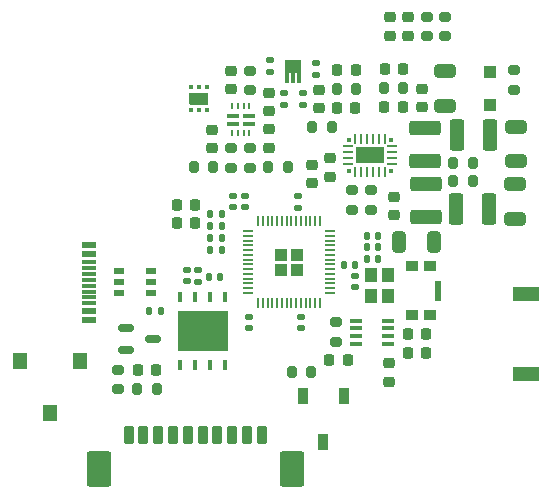
<source format=gbr>
%TF.GenerationSoftware,KiCad,Pcbnew,7.0.2*%
%TF.CreationDate,2023-10-17T14:13:15-04:00*%
%TF.ProjectId,BITSv5,42495453-7635-42e6-9b69-6361645f7063,rev?*%
%TF.SameCoordinates,Original*%
%TF.FileFunction,Paste,Top*%
%TF.FilePolarity,Positive*%
%FSLAX46Y46*%
G04 Gerber Fmt 4.6, Leading zero omitted, Abs format (unit mm)*
G04 Created by KiCad (PCBNEW 7.0.2) date 2023-10-17 14:13:15*
%MOMM*%
%LPD*%
G01*
G04 APERTURE LIST*
G04 Aperture macros list*
%AMRoundRect*
0 Rectangle with rounded corners*
0 $1 Rounding radius*
0 $2 $3 $4 $5 $6 $7 $8 $9 X,Y pos of 4 corners*
0 Add a 4 corners polygon primitive as box body*
4,1,4,$2,$3,$4,$5,$6,$7,$8,$9,$2,$3,0*
0 Add four circle primitives for the rounded corners*
1,1,$1+$1,$2,$3*
1,1,$1+$1,$4,$5*
1,1,$1+$1,$6,$7*
1,1,$1+$1,$8,$9*
0 Add four rect primitives between the rounded corners*
20,1,$1+$1,$2,$3,$4,$5,0*
20,1,$1+$1,$4,$5,$6,$7,0*
20,1,$1+$1,$6,$7,$8,$9,0*
20,1,$1+$1,$8,$9,$2,$3,0*%
G04 Aperture macros list end*
%ADD10R,0.972299X0.558000*%
%ADD11R,0.979300X0.431800*%
%ADD12RoundRect,0.135000X-0.185000X0.135000X-0.185000X-0.135000X0.185000X-0.135000X0.185000X0.135000X0*%
%ADD13RoundRect,0.225000X-0.250000X0.225000X-0.250000X-0.225000X0.250000X-0.225000X0.250000X0.225000X0*%
%ADD14RoundRect,0.135000X0.185000X-0.135000X0.185000X0.135000X-0.185000X0.135000X-0.185000X-0.135000X0*%
%ADD15RoundRect,0.140000X0.140000X0.170000X-0.140000X0.170000X-0.140000X-0.170000X0.140000X-0.170000X0*%
%ADD16R,1.193800X1.397000*%
%ADD17RoundRect,0.225000X-0.225000X-0.250000X0.225000X-0.250000X0.225000X0.250000X-0.225000X0.250000X0*%
%ADD18RoundRect,0.250000X1.075000X-0.375000X1.075000X0.375000X-1.075000X0.375000X-1.075000X-0.375000X0*%
%ADD19RoundRect,0.250000X0.292217X-0.292217X0.292217X0.292217X-0.292217X0.292217X-0.292217X-0.292217X0*%
%ADD20RoundRect,0.050000X0.050000X-0.387500X0.050000X0.387500X-0.050000X0.387500X-0.050000X-0.387500X0*%
%ADD21RoundRect,0.050000X0.387500X-0.050000X0.387500X0.050000X-0.387500X0.050000X-0.387500X-0.050000X0*%
%ADD22RoundRect,0.200000X0.275000X-0.200000X0.275000X0.200000X-0.275000X0.200000X-0.275000X-0.200000X0*%
%ADD23RoundRect,0.140000X0.170000X-0.140000X0.170000X0.140000X-0.170000X0.140000X-0.170000X-0.140000X0*%
%ADD24RoundRect,0.225000X0.250000X-0.225000X0.250000X0.225000X-0.250000X0.225000X-0.250000X-0.225000X0*%
%ADD25R,1.150000X0.600000*%
%ADD26R,1.150000X0.300000*%
%ADD27RoundRect,0.200000X0.200000X0.275000X-0.200000X0.275000X-0.200000X-0.275000X0.200000X-0.275000X0*%
%ADD28RoundRect,0.250000X-1.075000X0.375000X-1.075000X-0.375000X1.075000X-0.375000X1.075000X0.375000X0*%
%ADD29RoundRect,0.250000X0.650000X-0.325000X0.650000X0.325000X-0.650000X0.325000X-0.650000X-0.325000X0*%
%ADD30RoundRect,0.150000X-0.512500X-0.150000X0.512500X-0.150000X0.512500X0.150000X-0.512500X0.150000X0*%
%ADD31R,0.200000X0.599999*%
%ADD32R,1.050000X0.399999*%
%ADD33RoundRect,0.140000X-0.170000X0.140000X-0.170000X-0.140000X0.170000X-0.140000X0.170000X0.140000X0*%
%ADD34RoundRect,0.225000X0.225000X0.250000X-0.225000X0.250000X-0.225000X-0.250000X0.225000X-0.250000X0*%
%ADD35RoundRect,0.200000X-0.200000X-0.600000X0.200000X-0.600000X0.200000X0.600000X-0.200000X0.600000X0*%
%ADD36RoundRect,0.250001X-0.799999X-1.249999X0.799999X-1.249999X0.799999X1.249999X-0.799999X1.249999X0*%
%ADD37R,1.000000X0.900000*%
%ADD38R,0.550000X1.700000*%
%ADD39R,0.811200X1.406398*%
%ADD40RoundRect,0.250000X-0.650000X0.325000X-0.650000X-0.325000X0.650000X-0.325000X0.650000X0.325000X0*%
%ADD41RoundRect,0.140000X-0.140000X-0.170000X0.140000X-0.170000X0.140000X0.170000X-0.140000X0.170000X0*%
%ADD42R,1.000000X1.150000*%
%ADD43RoundRect,0.200000X-0.200000X-0.275000X0.200000X-0.275000X0.200000X0.275000X-0.200000X0.275000X0*%
%ADD44RoundRect,0.250000X0.375000X1.075000X-0.375000X1.075000X-0.375000X-1.075000X0.375000X-1.075000X0*%
%ADD45R,0.300000X0.804800*%
%ADD46RoundRect,0.250000X0.325000X0.650000X-0.325000X0.650000X-0.325000X-0.650000X0.325000X-0.650000X0*%
%ADD47RoundRect,0.135000X-0.135000X-0.185000X0.135000X-0.185000X0.135000X0.185000X-0.135000X0.185000X0*%
%ADD48R,0.229400X0.807999*%
%ADD49R,0.807999X0.229400*%
%ADD50R,2.387600X1.397000*%
%ADD51R,0.381000X0.381000*%
%ADD52RoundRect,0.218750X0.218750X0.256250X-0.218750X0.256250X-0.218750X-0.256250X0.218750X-0.256250X0*%
%ADD53R,2.235200X1.168400*%
%ADD54RoundRect,0.250000X-0.300000X0.300000X-0.300000X-0.300000X0.300000X-0.300000X0.300000X0.300000X0*%
%ADD55RoundRect,0.200000X-0.275000X0.200000X-0.275000X-0.200000X0.275000X-0.200000X0.275000X0.200000X0*%
%ADD56R,0.431800X0.965200*%
%ADD57R,4.343400X3.454400*%
%ADD58R,0.299999X0.449999*%
%ADD59R,1.599999X1.000000*%
G04 APERTURE END LIST*
%TO.C,U8*%
G36*
X131425000Y-50815000D02*
G01*
X130025000Y-50815000D01*
X130025000Y-49765000D01*
X131425000Y-49765000D01*
X131425000Y-50815000D01*
G37*
%TO.C,U2*%
G36*
X122261100Y-74328000D02*
G01*
X121013300Y-74328000D01*
X121013300Y-72800800D01*
X122261100Y-72800800D01*
X122261100Y-74328000D01*
G37*
G36*
X123708900Y-74328000D02*
G01*
X122461100Y-74328000D01*
X122461100Y-72800800D01*
X123708900Y-72800800D01*
X123708900Y-74328000D01*
G37*
G36*
X125156700Y-74328000D02*
G01*
X123908900Y-74328000D01*
X123908900Y-72800800D01*
X125156700Y-72800800D01*
X125156700Y-74328000D01*
G37*
G36*
X122261100Y-72600800D02*
G01*
X121013300Y-72600800D01*
X121013300Y-71073600D01*
X122261100Y-71073600D01*
X122261100Y-72600800D01*
G37*
G36*
X123708900Y-72600800D02*
G01*
X122461100Y-72600800D01*
X122461100Y-71073600D01*
X123708900Y-71073600D01*
X123708900Y-72600800D01*
G37*
G36*
X125156700Y-72600800D02*
G01*
X123908900Y-72600800D01*
X123908900Y-71073600D01*
X125156700Y-71073600D01*
X125156700Y-72600800D01*
G37*
%TO.C,U9*%
G36*
X122610562Y-52530941D02*
G01*
X122619754Y-52533730D01*
X122628225Y-52538259D01*
X122635649Y-52544352D01*
X122641743Y-52551776D01*
X122646271Y-52560247D01*
X122649060Y-52569440D01*
X122650003Y-52579000D01*
X122650003Y-53481000D01*
X122649060Y-53490560D01*
X122646271Y-53499753D01*
X122641743Y-53508224D01*
X122635649Y-53515648D01*
X122628225Y-53521741D01*
X122619754Y-53526270D01*
X122610562Y-53529059D01*
X122601001Y-53530002D01*
X121999001Y-53530002D01*
X121989440Y-53529059D01*
X121980248Y-53526270D01*
X121971777Y-53521741D01*
X121964353Y-53515648D01*
X121958259Y-53508224D01*
X121953730Y-53499753D01*
X121950941Y-53490560D01*
X121950002Y-53481000D01*
X121950002Y-52579000D01*
X121950941Y-52569440D01*
X121953730Y-52560247D01*
X121958259Y-52551776D01*
X121964353Y-52544352D01*
X121971777Y-52538259D01*
X121980248Y-52533730D01*
X121989440Y-52530941D01*
X121999001Y-52529998D01*
X122601001Y-52529998D01*
X122610562Y-52530941D01*
G37*
G36*
X123510560Y-52530941D02*
G01*
X123519752Y-52533730D01*
X123528223Y-52538259D01*
X123535647Y-52544352D01*
X123541741Y-52551776D01*
X123546270Y-52560247D01*
X123549059Y-52569440D01*
X123549998Y-52579000D01*
X123549998Y-53481000D01*
X123549059Y-53490560D01*
X123546270Y-53499753D01*
X123541741Y-53508224D01*
X123535647Y-53515648D01*
X123528223Y-53521741D01*
X123519752Y-53526270D01*
X123510560Y-53529059D01*
X123500999Y-53530002D01*
X122898999Y-53530002D01*
X122889438Y-53529059D01*
X122880246Y-53526270D01*
X122871775Y-53521741D01*
X122864351Y-53515648D01*
X122858257Y-53508224D01*
X122853729Y-53499753D01*
X122850940Y-53490560D01*
X122849997Y-53481000D01*
X122849997Y-52579000D01*
X122850940Y-52569440D01*
X122853729Y-52560247D01*
X122858257Y-52551776D01*
X122864351Y-52544352D01*
X122871775Y-52538259D01*
X122880246Y-52533730D01*
X122889438Y-52530941D01*
X122898999Y-52529998D01*
X123500999Y-52529998D01*
X123510560Y-52530941D01*
G37*
%TD*%
D10*
%TO.C,U10*%
X118707551Y-69498103D03*
X118707551Y-68548102D03*
X118707551Y-67598101D03*
X115982649Y-67598101D03*
X115982649Y-68548102D03*
X115982649Y-69498103D03*
%TD*%
D11*
%TO.C,U7*%
X138765948Y-73749999D03*
X138765948Y-73100001D03*
X138765948Y-72449999D03*
X138765948Y-71800001D03*
X136034052Y-71800001D03*
X136034052Y-72449999D03*
X136034052Y-73100001D03*
X136034052Y-73749999D03*
%TD*%
D12*
%TO.C,R20*%
X128775000Y-49735000D03*
X128775000Y-50755000D03*
%TD*%
D13*
%TO.C,C35*%
X128705000Y-57160000D03*
X128705000Y-55610000D03*
%TD*%
D14*
%TO.C,R18*%
X131595000Y-53555000D03*
X131595000Y-52535000D03*
%TD*%
D15*
%TO.C,C1*%
X124670000Y-63825600D03*
X123710000Y-63825600D03*
%TD*%
D13*
%TO.C,C25*%
X139253000Y-61331899D03*
X139253000Y-62881899D03*
%TD*%
D16*
%TO.C,SW3*%
X112700100Y-75255001D03*
X110160100Y-79655000D03*
X107620100Y-75255001D03*
%TD*%
D17*
%TO.C,C42*%
X140425000Y-74525000D03*
X141975000Y-74525000D03*
%TD*%
D18*
%TO.C,L1*%
X141943000Y-63036899D03*
X141943000Y-60236899D03*
%TD*%
D19*
%TO.C,U1*%
X129742500Y-67485600D03*
X131017500Y-67485600D03*
X129742500Y-66210600D03*
X131017500Y-66210600D03*
D20*
X127780000Y-70285600D03*
X128180000Y-70285600D03*
X128580000Y-70285600D03*
X128980000Y-70285600D03*
X129380000Y-70285600D03*
X129780000Y-70285600D03*
X130180000Y-70285600D03*
X130580000Y-70285600D03*
X130980000Y-70285600D03*
X131380000Y-70285600D03*
X131780000Y-70285600D03*
X132180000Y-70285600D03*
X132580000Y-70285600D03*
X132980000Y-70285600D03*
D21*
X133817500Y-69448100D03*
X133817500Y-69048100D03*
X133817500Y-68648100D03*
X133817500Y-68248100D03*
X133817500Y-67848100D03*
X133817500Y-67448100D03*
X133817500Y-67048100D03*
X133817500Y-66648100D03*
X133817500Y-66248100D03*
X133817500Y-65848100D03*
X133817500Y-65448100D03*
X133817500Y-65048100D03*
X133817500Y-64648100D03*
X133817500Y-64248100D03*
D20*
X132980000Y-63410600D03*
X132580000Y-63410600D03*
X132180000Y-63410600D03*
X131780000Y-63410600D03*
X131380000Y-63410600D03*
X130980000Y-63410600D03*
X130580000Y-63410600D03*
X130180000Y-63410600D03*
X129780000Y-63410600D03*
X129380000Y-63410600D03*
X128980000Y-63410600D03*
X128580000Y-63410600D03*
X128180000Y-63410600D03*
X127780000Y-63410600D03*
D21*
X126942500Y-64248100D03*
X126942500Y-64648100D03*
X126942500Y-65048100D03*
X126942500Y-65448100D03*
X126942500Y-65848100D03*
X126942500Y-66248100D03*
X126942500Y-66648100D03*
X126942500Y-67048100D03*
X126942500Y-67448100D03*
X126942500Y-67848100D03*
X126942500Y-68248100D03*
X126942500Y-68648100D03*
X126942500Y-69048100D03*
X126942500Y-69448100D03*
%TD*%
D22*
%TO.C,R24*%
X143575000Y-47725000D03*
X143575000Y-46075000D03*
%TD*%
D14*
%TO.C,R19*%
X132655000Y-51045000D03*
X132655000Y-50025000D03*
%TD*%
D23*
%TO.C,C37*%
X129995000Y-53515000D03*
X129995000Y-52555000D03*
%TD*%
D15*
%TO.C,R5*%
X135980000Y-67065600D03*
X135020000Y-67065600D03*
%TD*%
D17*
%TO.C,C43*%
X140450000Y-72900000D03*
X142000000Y-72900000D03*
%TD*%
D24*
%TO.C,C36*%
X128705000Y-52510000D03*
X128705000Y-54060000D03*
%TD*%
D22*
%TO.C,R17*%
X127055000Y-50635000D03*
X127055000Y-52285000D03*
%TD*%
D13*
%TO.C,C21*%
X132893000Y-52261899D03*
X132893000Y-53811899D03*
%TD*%
D22*
%TO.C,R33*%
X135683000Y-62426899D03*
X135683000Y-60776899D03*
%TD*%
D25*
%TO.C,J2*%
X113475100Y-65398102D03*
X113475100Y-66198102D03*
D26*
X113475100Y-67348102D03*
X113475100Y-68348102D03*
X113475100Y-68848102D03*
X113475100Y-69848102D03*
D25*
X113475100Y-70998102D03*
X113475100Y-71798102D03*
X113475100Y-71798102D03*
X113475100Y-70998102D03*
D26*
X113475100Y-70348102D03*
X113475100Y-69348102D03*
X113475100Y-67848102D03*
X113475100Y-66848102D03*
D25*
X113475100Y-66198102D03*
X113475100Y-65398102D03*
%TD*%
D27*
%TO.C,R34*%
X132348000Y-55406899D03*
X133998000Y-55406899D03*
%TD*%
D28*
%TO.C,L2*%
X141933000Y-55476899D03*
X141933000Y-58276899D03*
%TD*%
D23*
%TO.C,C9*%
X131130000Y-62235600D03*
X131130000Y-61275600D03*
%TD*%
D29*
%TO.C,C20*%
X143573000Y-53606899D03*
X143573000Y-50656899D03*
%TD*%
D30*
%TO.C,Q1*%
X116570000Y-72400000D03*
X116570000Y-74300000D03*
X118845000Y-73350000D03*
%TD*%
D29*
%TO.C,C28*%
X149575000Y-58325000D03*
X149575000Y-55375000D03*
%TD*%
D24*
%TO.C,C39*%
X140475000Y-47675000D03*
X140475000Y-46125000D03*
%TD*%
D31*
%TO.C,U6*%
X125529999Y-53660002D03*
X126030000Y-53660002D03*
X126530000Y-53660002D03*
X127030001Y-53660002D03*
D32*
X126955000Y-54485002D03*
X126955000Y-55185001D03*
D31*
X127030001Y-55960000D03*
X126530000Y-55960000D03*
X126030000Y-55960000D03*
X125529999Y-55960000D03*
D32*
X125605000Y-55185001D03*
X125605000Y-54485002D03*
%TD*%
D33*
%TO.C,C13*%
X135970000Y-68025600D03*
X135970000Y-68985600D03*
%TD*%
D24*
%TO.C,C33*%
X125430000Y-50685000D03*
X125430000Y-52235000D03*
%TD*%
D34*
%TO.C,C23*%
X136003000Y-53796899D03*
X134453000Y-53796899D03*
%TD*%
D35*
%TO.C,J1*%
X116805000Y-81505000D03*
X118055000Y-81505000D03*
X119305000Y-81505000D03*
X120555000Y-81505000D03*
X121805000Y-81505000D03*
X123055000Y-81505000D03*
X124305000Y-81505000D03*
X125555000Y-81505000D03*
X126805000Y-81505000D03*
X128055000Y-81505000D03*
D36*
X114255000Y-84405000D03*
X130605000Y-84405000D03*
%TD*%
D22*
%TO.C,R14*%
X149450000Y-52250000D03*
X149450000Y-50600000D03*
%TD*%
D33*
%TO.C,C10*%
X131420000Y-71465600D03*
X131420000Y-72425600D03*
%TD*%
D22*
%TO.C,R22*%
X125505000Y-57210000D03*
X125505000Y-58860000D03*
%TD*%
D17*
%TO.C,C26*%
X120875000Y-63575000D03*
X122425000Y-63575000D03*
%TD*%
D27*
%TO.C,R10*%
X145950000Y-58500000D03*
X144300000Y-58500000D03*
%TD*%
D37*
%TO.C,SW1*%
X142350000Y-67225000D03*
X142350000Y-71325000D03*
X140750000Y-67225000D03*
X140750000Y-71325000D03*
D38*
X142975000Y-69275000D03*
%TD*%
D33*
%TO.C,C6*%
X122675000Y-67545000D03*
X122675000Y-68505000D03*
%TD*%
D39*
%TO.C,SW2*%
X135025002Y-78182700D03*
X131524998Y-78182700D03*
X133275000Y-82067300D03*
%TD*%
D27*
%TO.C,R23*%
X122305000Y-58785000D03*
X123955000Y-58785000D03*
%TD*%
D40*
%TO.C,C38*%
X149525000Y-60225000D03*
X149525000Y-63175000D03*
%TD*%
D22*
%TO.C,R15*%
X127105000Y-57210000D03*
X127105000Y-58860000D03*
%TD*%
D41*
%TO.C,C3*%
X136950000Y-64615600D03*
X137910000Y-64615600D03*
%TD*%
D33*
%TO.C,C12*%
X121725000Y-67535600D03*
X121725000Y-68495600D03*
%TD*%
D42*
%TO.C,Y1*%
X137320000Y-67955600D03*
X137320000Y-69705600D03*
X138720000Y-69705600D03*
X138720000Y-67955600D03*
%TD*%
D43*
%TO.C,R32*%
X134403000Y-52196899D03*
X136053000Y-52196899D03*
%TD*%
D13*
%TO.C,C15*%
X132340000Y-58640000D03*
X132340000Y-60190000D03*
%TD*%
D17*
%TO.C,C17*%
X138458000Y-53746899D03*
X140008000Y-53746899D03*
%TD*%
%TO.C,C19*%
X138488000Y-50496899D03*
X140038000Y-50496899D03*
%TD*%
D41*
%TO.C,C11*%
X136950000Y-65595600D03*
X137910000Y-65595600D03*
%TD*%
D44*
%TO.C,L4*%
X147325000Y-62375000D03*
X144525000Y-62375000D03*
%TD*%
D22*
%TO.C,R29*%
X137333000Y-62411899D03*
X137333000Y-60761899D03*
%TD*%
D45*
%TO.C,U8*%
X130225001Y-51242401D03*
X130725000Y-51242401D03*
X131224999Y-51242401D03*
%TD*%
D46*
%TO.C,C16*%
X142648000Y-65151899D03*
X139698000Y-65151899D03*
%TD*%
D15*
%TO.C,C2*%
X124670000Y-62815600D03*
X123710000Y-62815600D03*
%TD*%
D47*
%TO.C,R2*%
X123680000Y-65835600D03*
X124700000Y-65835600D03*
%TD*%
D43*
%TO.C,R16*%
X130280000Y-58760000D03*
X128630000Y-58760000D03*
%TD*%
D41*
%TO.C,C14*%
X136950000Y-66595600D03*
X137910000Y-66595600D03*
%TD*%
D48*
%TO.C,U5*%
X135998400Y-59191500D03*
X136498399Y-59191500D03*
X136998400Y-59191500D03*
X137498400Y-59191500D03*
X137998401Y-59191500D03*
X138498400Y-59191500D03*
D49*
X139138300Y-58546901D03*
X139138300Y-58046900D03*
X139138300Y-57546900D03*
X139138300Y-57046899D03*
D48*
X138498400Y-56402300D03*
X137998401Y-56402300D03*
X137498400Y-56402300D03*
X136998400Y-56402300D03*
X136498399Y-56402300D03*
X135998400Y-56402300D03*
D49*
X135358500Y-57046899D03*
X135358500Y-57546900D03*
X135358500Y-58046900D03*
X135358500Y-58546901D03*
D50*
X137248400Y-57796900D03*
D51*
X135445000Y-59105000D03*
X139051800Y-59105000D03*
X139051800Y-56488800D03*
X135445000Y-56488800D03*
%TD*%
D13*
%TO.C,C30*%
X138850000Y-75425000D03*
X138850000Y-76975000D03*
%TD*%
D27*
%TO.C,R4*%
X132250000Y-76125000D03*
X130600000Y-76125000D03*
%TD*%
D34*
%TO.C,C41*%
X135350000Y-75150000D03*
X133800000Y-75150000D03*
%TD*%
D33*
%TO.C,C5*%
X126980000Y-71515600D03*
X126980000Y-72475600D03*
%TD*%
D22*
%TO.C,R21*%
X142025000Y-47725000D03*
X142025000Y-46075000D03*
%TD*%
%TO.C,R12*%
X115917500Y-77615000D03*
X115917500Y-75965000D03*
%TD*%
D27*
%TO.C,R27*%
X140068000Y-52136899D03*
X138418000Y-52136899D03*
%TD*%
D15*
%TO.C,C4*%
X124530000Y-68125600D03*
X123570000Y-68125600D03*
%TD*%
D47*
%TO.C,R1*%
X123680000Y-64835600D03*
X124700000Y-64835600D03*
%TD*%
D23*
%TO.C,C32*%
X126690000Y-62175600D03*
X126690000Y-61215600D03*
%TD*%
D52*
%TO.C,D1*%
X119155000Y-75950000D03*
X117580000Y-75950000D03*
%TD*%
D13*
%TO.C,C34*%
X123880000Y-57185000D03*
X123880000Y-55635000D03*
%TD*%
D27*
%TO.C,R13*%
X145950000Y-59975000D03*
X144300000Y-59975000D03*
%TD*%
D24*
%TO.C,C40*%
X138925000Y-47675000D03*
X138925000Y-46125000D03*
%TD*%
D17*
%TO.C,C27*%
X120875000Y-62050000D03*
X122425000Y-62050000D03*
%TD*%
D34*
%TO.C,C24*%
X136018000Y-50566899D03*
X134468000Y-50566899D03*
%TD*%
D15*
%TO.C,C7*%
X119515000Y-71035000D03*
X118555000Y-71035000D03*
%TD*%
D53*
%TO.C,AE2*%
X150425000Y-76353200D03*
X150425000Y-69596800D03*
%TD*%
D44*
%TO.C,L3*%
X147375000Y-56125000D03*
X144575000Y-56125000D03*
%TD*%
D54*
%TO.C,D2*%
X147425000Y-50750000D03*
X147425000Y-53550000D03*
%TD*%
D13*
%TO.C,C18*%
X141603000Y-52201899D03*
X141603000Y-53751899D03*
%TD*%
D55*
%TO.C,R11*%
X134350000Y-71950000D03*
X134350000Y-73600000D03*
%TD*%
D23*
%TO.C,C8*%
X125660000Y-62175600D03*
X125660000Y-61215600D03*
%TD*%
D13*
%TO.C,C22*%
X133870000Y-58080000D03*
X133870000Y-59630000D03*
%TD*%
D27*
%TO.C,R3*%
X119182500Y-77590000D03*
X117532500Y-77590000D03*
%TD*%
D56*
%TO.C,U2*%
X121180000Y-75571000D03*
X122450000Y-75571000D03*
X123720000Y-75571000D03*
X124990000Y-75571000D03*
X124990000Y-69830600D03*
X123720000Y-69830600D03*
X122450000Y-69830600D03*
X121180000Y-69830600D03*
D57*
X123085000Y-72700800D03*
%TD*%
D58*
%TO.C,U9*%
X123400001Y-52055001D03*
X122750000Y-52055001D03*
X122100001Y-52055001D03*
X122100001Y-54004999D03*
X122750000Y-54004999D03*
X123400001Y-54004999D03*
D59*
X122750000Y-53030000D03*
%TD*%
M02*

</source>
